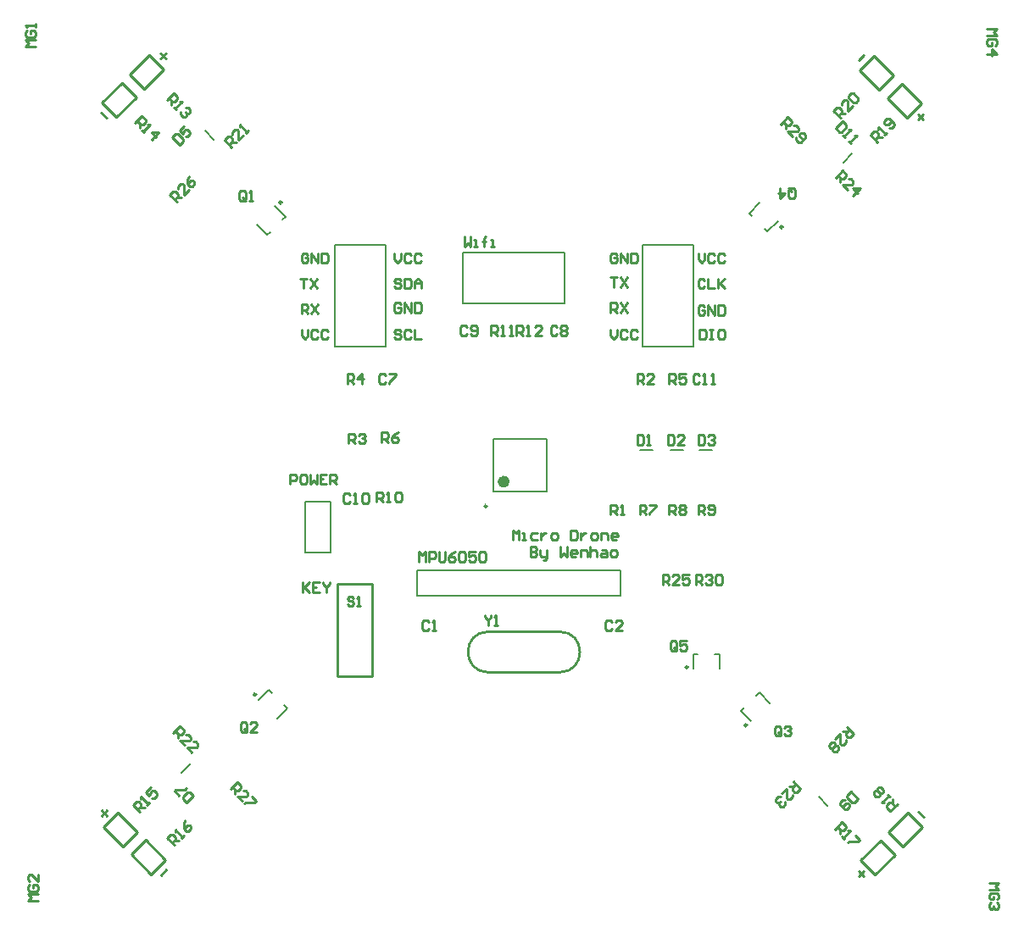
<source format=gto>
%FSLAX25Y25*%
%MOIN*%
G70*
G01*
G75*
%ADD10R,0.05906X0.05118*%
%ADD11R,0.07480X0.02756*%
G04:AMPARAMS|DCode=12|XSize=59.06mil|YSize=51.18mil|CornerRadius=0mil|HoleSize=0mil|Usage=FLASHONLY|Rotation=315.000|XOffset=0mil|YOffset=0mil|HoleType=Round|Shape=Rectangle|*
%AMROTATEDRECTD12*
4,1,4,-0.03897,0.00278,-0.00278,0.03897,0.03897,-0.00278,0.00278,-0.03897,-0.03897,0.00278,0.0*
%
%ADD12ROTATEDRECTD12*%

G04:AMPARAMS|DCode=13|XSize=59.06mil|YSize=51.18mil|CornerRadius=0mil|HoleSize=0mil|Usage=FLASHONLY|Rotation=225.000|XOffset=0mil|YOffset=0mil|HoleType=Round|Shape=Rectangle|*
%AMROTATEDRECTD13*
4,1,4,0.00278,0.03897,0.03897,0.00278,-0.00278,-0.03897,-0.03897,-0.00278,0.00278,0.03897,0.0*
%
%ADD13ROTATEDRECTD13*%

%ADD14O,0.08268X0.01181*%
%ADD15O,0.01181X0.08268*%
G04:AMPARAMS|DCode=16|XSize=78.74mil|YSize=47.24mil|CornerRadius=0mil|HoleSize=0mil|Usage=FLASHONLY|Rotation=225.000|XOffset=0mil|YOffset=0mil|HoleType=Round|Shape=Rectangle|*
%AMROTATEDRECTD16*
4,1,4,0.01114,0.04454,0.04454,0.01114,-0.01114,-0.04454,-0.04454,-0.01114,0.01114,0.04454,0.0*
%
%ADD16ROTATEDRECTD16*%

G04:AMPARAMS|DCode=17|XSize=78.74mil|YSize=47.24mil|CornerRadius=0mil|HoleSize=0mil|Usage=FLASHONLY|Rotation=135.000|XOffset=0mil|YOffset=0mil|HoleType=Round|Shape=Rectangle|*
%AMROTATEDRECTD17*
4,1,4,0.04454,-0.01114,0.01114,-0.04454,-0.04454,0.01114,-0.01114,0.04454,0.04454,-0.01114,0.0*
%
%ADD17ROTATEDRECTD17*%

G04:AMPARAMS|DCode=18|XSize=35.43mil|YSize=37.4mil|CornerRadius=0mil|HoleSize=0mil|Usage=FLASHONLY|Rotation=225.000|XOffset=0mil|YOffset=0mil|HoleType=Round|Shape=Rectangle|*
%AMROTATEDRECTD18*
4,1,4,-0.00070,0.02575,0.02575,-0.00070,0.00070,-0.02575,-0.02575,0.00070,-0.00070,0.02575,0.0*
%
%ADD18ROTATEDRECTD18*%

G04:AMPARAMS|DCode=19|XSize=35.43mil|YSize=37.4mil|CornerRadius=0mil|HoleSize=0mil|Usage=FLASHONLY|Rotation=225.000|XOffset=0mil|YOffset=0mil|HoleType=Round|Shape=Rectangle|*
%AMROTATEDRECTD19*
4,1,4,-0.00070,0.02575,0.02575,-0.00070,0.00070,-0.02575,-0.02575,0.00070,-0.00070,0.02575,0.0*
%
%ADD19ROTATEDRECTD19*%

G04:AMPARAMS|DCode=20|XSize=35.43mil|YSize=37.4mil|CornerRadius=0mil|HoleSize=0mil|Usage=FLASHONLY|Rotation=315.000|XOffset=0mil|YOffset=0mil|HoleType=Round|Shape=Rectangle|*
%AMROTATEDRECTD20*
4,1,4,-0.02575,-0.00070,0.00070,0.02575,0.02575,0.00070,-0.00070,-0.02575,-0.02575,-0.00070,0.0*
%
%ADD20ROTATEDRECTD20*%

G04:AMPARAMS|DCode=21|XSize=35.43mil|YSize=37.4mil|CornerRadius=0mil|HoleSize=0mil|Usage=FLASHONLY|Rotation=315.000|XOffset=0mil|YOffset=0mil|HoleType=Round|Shape=Rectangle|*
%AMROTATEDRECTD21*
4,1,4,-0.02575,-0.00070,0.00070,0.02575,0.02575,0.00070,-0.00070,-0.02575,-0.02575,-0.00070,0.0*
%
%ADD21ROTATEDRECTD21*%

%ADD22R,0.03543X0.03740*%
%ADD23R,0.03543X0.03740*%
%ADD24C,0.01063*%
%ADD25C,0.01181*%
%ADD26C,0.02756*%
%ADD27C,0.01969*%
%ADD28C,0.05906*%
%ADD29R,0.05906X0.05906*%
%ADD30R,0.05906X0.05906*%
%ADD31C,0.31496*%
%ADD32C,0.08268*%
%ADD33C,0.01969*%
%ADD34C,0.03150*%
%ADD35R,0.05118X0.05906*%
%ADD36R,0.06000X0.06000*%
%ADD37R,0.01575X0.03937*%
%ADD38R,0.01575X0.03937*%
%ADD39C,0.02362*%
%ADD40C,0.00984*%
%ADD41C,0.01000*%
%ADD42C,0.00787*%
D39*
X375185Y800504D02*
G03*
X375185Y800504I-1181J0D01*
G01*
D40*
X367409Y790858D02*
G03*
X367409Y790858I-492J0D01*
G01*
X286795Y910303D02*
G03*
X286795Y910303I-492J0D01*
G01*
X276689Y716803D02*
G03*
X276689Y716803I-492J0D01*
G01*
X469689Y704697D02*
G03*
X469689Y704697I-492J0D01*
G01*
X483795Y900697D02*
G03*
X483795Y900697I-492J0D01*
G01*
X446492Y727500D02*
G03*
X446492Y727500I-492J0D01*
G01*
D41*
X396000Y725500D02*
G03*
X396000Y741500I0J8000D01*
G01*
X368000D02*
G03*
X368000Y725500I0J-8000D01*
G01*
X308500Y724000D02*
X322280D01*
Y760220D01*
X308500D02*
X322280D01*
X308500Y724000D02*
Y760220D01*
X537015Y670613D02*
X539136Y668491D01*
X531004Y656824D02*
X538782Y664602D01*
X533126Y670259D02*
X538782Y664602D01*
X525347Y662481D02*
X533126Y670259D01*
X525347Y662481D02*
X531004Y656824D01*
X514387Y651521D02*
X520044Y645864D01*
X514387Y651521D02*
X522165Y659299D01*
X527822Y653642D01*
X520044Y645864D02*
X527822Y653642D01*
X513680Y647278D02*
X515802Y645157D01*
X513680D02*
X515802Y647278D01*
X239309Y645682D02*
X241431Y647803D01*
X227642Y653814D02*
X235420Y646036D01*
X241077Y651692D01*
X233299Y659471D02*
X241077Y651692D01*
X227642Y653814D02*
X233299Y659471D01*
X216682Y664774D02*
X222339Y670431D01*
X230117Y662653D01*
X224460Y656996D02*
X230117Y662653D01*
X216682Y664774D02*
X224460Y656996D01*
X215975Y669017D02*
X218096Y671138D01*
X215975D02*
X218096Y669017D01*
X513569Y966197D02*
X515691Y968318D01*
X519580Y967964D02*
X527358Y960186D01*
X513923Y962308D02*
X519580Y967964D01*
X513923Y962308D02*
X521701Y954529D01*
X527358Y960186D01*
X532661Y943569D02*
X538318Y949226D01*
X524883Y951347D02*
X532661Y943569D01*
X524883Y951347D02*
X530540Y957004D01*
X538318Y949226D01*
X536904Y942862D02*
X539025Y944984D01*
X536904D02*
X539025Y942862D01*
X215682Y945691D02*
X217803Y943569D01*
X216036Y949580D02*
X223814Y957358D01*
X216036Y949580D02*
X221692Y943923D01*
X229471Y951701D01*
X223814Y957358D02*
X229471Y951701D01*
X234774Y968318D02*
X240431Y962661D01*
X232653Y954883D02*
X240431Y962661D01*
X226996Y960540D02*
X232653Y954883D01*
X226996Y960540D02*
X234774Y968318D01*
X239017Y969025D02*
X241138Y966904D01*
X239017D02*
X241138Y969025D01*
X368000Y725526D02*
X396000D01*
X368000Y741494D02*
X396000D01*
X358500Y896936D02*
Y893000D01*
X359812Y894312D01*
X361124Y893000D01*
Y896936D01*
X362436Y893000D02*
X363748D01*
X363092D01*
Y895624D01*
X362436D01*
X366371Y893000D02*
Y896280D01*
Y894968D01*
X365716D01*
X367027D01*
X366371D01*
Y896280D01*
X367027Y896936D01*
X368995Y893000D02*
X370307D01*
X369651D01*
Y895624D01*
X368995D01*
X564000Y978500D02*
X567936D01*
X566624Y977188D01*
X567936Y975876D01*
X564000D01*
X567280Y971940D02*
X567936Y972596D01*
Y973908D01*
X567280Y974564D01*
X564656D01*
X564000Y973908D01*
Y972596D01*
X564656Y971940D01*
X565968D01*
Y973252D01*
X564000Y968661D02*
X567936D01*
X565968Y970629D01*
Y968005D01*
X564818Y642682D02*
X568754D01*
X567442Y641370D01*
X568754Y640058D01*
X564818D01*
X568098Y636122D02*
X568754Y636778D01*
Y638090D01*
X568098Y638746D01*
X565474D01*
X564818Y638090D01*
Y636778D01*
X565474Y636122D01*
X566786D01*
Y637434D01*
X568098Y634810D02*
X568754Y634155D01*
Y632843D01*
X568098Y632187D01*
X567442D01*
X566786Y632843D01*
Y633499D01*
Y632843D01*
X566130Y632187D01*
X565474D01*
X564818Y632843D01*
Y634155D01*
X565474Y634810D01*
X191000Y635500D02*
X187064D01*
X188376Y636812D01*
X187064Y638124D01*
X191000D01*
X187720Y642060D02*
X187064Y641404D01*
Y640092D01*
X187720Y639436D01*
X190344D01*
X191000Y640092D01*
Y641404D01*
X190344Y642060D01*
X189032D01*
Y640748D01*
X191000Y645995D02*
Y643371D01*
X188376Y645995D01*
X187720D01*
X187064Y645339D01*
Y644027D01*
X187720Y643371D01*
X190000Y971500D02*
X186064D01*
X187376Y972812D01*
X186064Y974124D01*
X190000D01*
X186720Y978060D02*
X186064Y977404D01*
Y976092D01*
X186720Y975436D01*
X189344D01*
X190000Y976092D01*
Y977404D01*
X189344Y978060D01*
X188032D01*
Y976748D01*
X190000Y979371D02*
Y980683D01*
Y980027D01*
X186064D01*
X186720Y979371D01*
X344624Y745280D02*
X343968Y745936D01*
X342656D01*
X342000Y745280D01*
Y742656D01*
X342656Y742000D01*
X343968D01*
X344624Y742656D01*
X345936Y742000D02*
X347248D01*
X346592D01*
Y745936D01*
X345936Y745280D01*
X416624D02*
X415968Y745936D01*
X414656D01*
X414000Y745280D01*
Y742656D01*
X414656Y742000D01*
X415968D01*
X416624Y742656D01*
X420560Y742000D02*
X417936D01*
X420560Y744624D01*
Y745280D01*
X419904Y745936D01*
X418592D01*
X417936Y745280D01*
X327624Y842280D02*
X326968Y842936D01*
X325656D01*
X325000Y842280D01*
Y839656D01*
X325656Y839000D01*
X326968D01*
X327624Y839656D01*
X328936Y842936D02*
X331560D01*
Y842280D01*
X328936Y839656D01*
Y839000D01*
X395124Y861280D02*
X394468Y861936D01*
X393156D01*
X392500Y861280D01*
Y858656D01*
X393156Y858000D01*
X394468D01*
X395124Y858656D01*
X396436Y861280D02*
X397092Y861936D01*
X398404D01*
X399060Y861280D01*
Y860624D01*
X398404Y859968D01*
X399060Y859312D01*
Y858656D01*
X398404Y858000D01*
X397092D01*
X396436Y858656D01*
Y859312D01*
X397092Y859968D01*
X396436Y860624D01*
Y861280D01*
X397092Y859968D02*
X398404D01*
X359624Y861280D02*
X358968Y861936D01*
X357656D01*
X357000Y861280D01*
Y858656D01*
X357656Y858000D01*
X358968D01*
X359624Y858656D01*
X360936D02*
X361592Y858000D01*
X362904D01*
X363560Y858656D01*
Y861280D01*
X362904Y861936D01*
X361592D01*
X360936Y861280D01*
Y860624D01*
X361592Y859968D01*
X363560D01*
X313624Y795280D02*
X312968Y795936D01*
X311656D01*
X311000Y795280D01*
Y792656D01*
X311656Y792000D01*
X312968D01*
X313624Y792656D01*
X314936Y792000D02*
X316248D01*
X315592D01*
Y795936D01*
X314936Y795280D01*
X318215D02*
X318871Y795936D01*
X320183D01*
X320839Y795280D01*
Y792656D01*
X320183Y792000D01*
X318871D01*
X318215Y792656D01*
Y795280D01*
X451124Y842280D02*
X450468Y842936D01*
X449156D01*
X448500Y842280D01*
Y839656D01*
X449156Y839000D01*
X450468D01*
X451124Y839656D01*
X452436Y839000D02*
X453748D01*
X453092D01*
Y842936D01*
X452436Y842280D01*
X455716Y839000D02*
X457027D01*
X456371D01*
Y842936D01*
X455716Y842280D01*
X426500Y818936D02*
Y815000D01*
X428468D01*
X429124Y815656D01*
Y818280D01*
X428468Y818936D01*
X426500D01*
X430436Y815000D02*
X431748D01*
X431092D01*
Y818936D01*
X430436Y818280D01*
X438500Y818936D02*
Y815000D01*
X440468D01*
X441124Y815656D01*
Y818280D01*
X440468Y818936D01*
X438500D01*
X445060Y815000D02*
X442436D01*
X445060Y817624D01*
Y818280D01*
X444404Y818936D01*
X443092D01*
X442436Y818280D01*
X450500Y818936D02*
Y815000D01*
X452468D01*
X453124Y815656D01*
Y818280D01*
X452468Y818936D01*
X450500D01*
X454436Y818280D02*
X455092Y818936D01*
X456404D01*
X457060Y818280D01*
Y817624D01*
X456404Y816968D01*
X455748D01*
X456404D01*
X457060Y816312D01*
Y815656D01*
X456404Y815000D01*
X455092D01*
X454436Y815656D01*
X243717Y935783D02*
X246500Y933000D01*
X247891Y934391D01*
Y935319D01*
X246036Y937175D01*
X245109D01*
X243717Y935783D01*
X248355Y940421D02*
X246500Y938566D01*
X247891Y937175D01*
X248355Y938566D01*
X248819Y939030D01*
X249747D01*
X250675Y938102D01*
Y937175D01*
X249747Y936247D01*
X248819D01*
X249217Y674217D02*
X252000Y677000D01*
X250608Y678392D01*
X249681D01*
X247826Y676536D01*
Y675608D01*
X249217Y674217D01*
X246434Y677000D02*
X244579Y678855D01*
X245042Y679319D01*
X248753D01*
X249217Y679783D01*
X513283Y675717D02*
X510500Y678500D01*
X509108Y677108D01*
Y676181D01*
X510964Y674326D01*
X511892D01*
X513283Y675717D01*
X508181Y675253D02*
X507253D01*
X506325Y674326D01*
Y673398D01*
X508181Y671543D01*
X509108Y671543D01*
X510036Y672470D01*
Y673398D01*
X509572Y673862D01*
X508645Y673862D01*
X507253Y672470D01*
X507283Y942283D02*
X504500Y939500D01*
X505892Y938109D01*
X506819D01*
X508674Y939964D01*
Y940891D01*
X507283Y942283D01*
Y936717D02*
X508211Y935789D01*
X507747Y936253D01*
X510530Y939036D01*
X509602D01*
Y934398D02*
X510530Y933470D01*
X510066Y933934D01*
X512849Y936717D01*
X511921D01*
X340600Y768900D02*
Y772836D01*
X341912Y771524D01*
X343224Y772836D01*
Y768900D01*
X344536D02*
Y772836D01*
X346504D01*
X347160Y772180D01*
Y770868D01*
X346504Y770212D01*
X344536D01*
X348471Y772836D02*
Y769556D01*
X349127Y768900D01*
X350439D01*
X351095Y769556D01*
Y772836D01*
X355031D02*
X353719Y772180D01*
X352407Y770868D01*
Y769556D01*
X353063Y768900D01*
X354375D01*
X355031Y769556D01*
Y770212D01*
X354375Y770868D01*
X352407D01*
X356343Y772180D02*
X356999Y772836D01*
X358311D01*
X358967Y772180D01*
Y769556D01*
X358311Y768900D01*
X356999D01*
X356343Y769556D01*
Y772180D01*
X362902Y772836D02*
X360279D01*
Y770868D01*
X361591Y771524D01*
X362247D01*
X362902Y770868D01*
Y769556D01*
X362247Y768900D01*
X360935D01*
X360279Y769556D01*
X364214Y772180D02*
X364870Y772836D01*
X366182D01*
X366838Y772180D01*
Y769556D01*
X366182Y768900D01*
X364870D01*
X364214Y769556D01*
Y772180D01*
X290000Y799500D02*
Y803436D01*
X291968D01*
X292624Y802780D01*
Y801468D01*
X291968Y800812D01*
X290000D01*
X295904Y803436D02*
X294592D01*
X293936Y802780D01*
Y800156D01*
X294592Y799500D01*
X295904D01*
X296560Y800156D01*
Y802780D01*
X295904Y803436D01*
X297871D02*
Y799500D01*
X299183Y800812D01*
X300495Y799500D01*
Y803436D01*
X304431D02*
X301807D01*
Y799500D01*
X304431D01*
X301807Y801468D02*
X303119D01*
X305743Y799500D02*
Y803436D01*
X307711D01*
X308367Y802780D01*
Y801468D01*
X307711Y800812D01*
X305743D01*
X307055D02*
X308367Y799500D01*
X272624Y911656D02*
Y914280D01*
X271968Y914936D01*
X270656D01*
X270000Y914280D01*
Y911656D01*
X270656Y911000D01*
X271968D01*
X271312Y912312D02*
X272624Y911000D01*
X271968D02*
X272624Y911656D01*
X273936Y911000D02*
X275248D01*
X274592D01*
Y914936D01*
X273936Y914280D01*
X273124Y702656D02*
Y705280D01*
X272468Y705936D01*
X271156D01*
X270500Y705280D01*
Y702656D01*
X271156Y702000D01*
X272468D01*
X271812Y703312D02*
X273124Y702000D01*
X272468D02*
X273124Y702656D01*
X277060Y702000D02*
X274436D01*
X277060Y704624D01*
Y705280D01*
X276404Y705936D01*
X275092D01*
X274436Y705280D01*
X483124Y701156D02*
Y703780D01*
X482468Y704436D01*
X481156D01*
X480500Y703780D01*
Y701156D01*
X481156Y700500D01*
X482468D01*
X481812Y701812D02*
X483124Y700500D01*
X482468D02*
X483124Y701156D01*
X484436Y703780D02*
X485092Y704436D01*
X486404D01*
X487060Y703780D01*
Y703124D01*
X486404Y702468D01*
X485748D01*
X486404D01*
X487060Y701812D01*
Y701156D01*
X486404Y700500D01*
X485092D01*
X484436Y701156D01*
X485876Y915344D02*
Y912720D01*
X486532Y912064D01*
X487844D01*
X488500Y912720D01*
Y915344D01*
X487844Y916000D01*
X486532D01*
X487188Y914688D02*
X485876Y916000D01*
X486532D02*
X485876Y915344D01*
X482596Y916000D02*
Y912064D01*
X484564Y914032D01*
X481940D01*
X442124Y734656D02*
Y737280D01*
X441468Y737936D01*
X440156D01*
X439500Y737280D01*
Y734656D01*
X440156Y734000D01*
X441468D01*
X440812Y735312D02*
X442124Y734000D01*
X441468D02*
X442124Y734656D01*
X446060Y737936D02*
X443436D01*
Y735968D01*
X444748Y736624D01*
X445404D01*
X446060Y735968D01*
Y734656D01*
X445404Y734000D01*
X444092D01*
X443436Y734656D01*
X416000Y787500D02*
Y791436D01*
X417968D01*
X418624Y790780D01*
Y789468D01*
X417968Y788812D01*
X416000D01*
X417312D02*
X418624Y787500D01*
X419936D02*
X421248D01*
X420592D01*
Y791436D01*
X419936Y790780D01*
X426500Y839000D02*
Y842936D01*
X428468D01*
X429124Y842280D01*
Y840968D01*
X428468Y840312D01*
X426500D01*
X427812D02*
X429124Y839000D01*
X433060D02*
X430436D01*
X433060Y841624D01*
Y842280D01*
X432404Y842936D01*
X431092D01*
X430436Y842280D01*
X313000Y815500D02*
Y819436D01*
X314968D01*
X315624Y818780D01*
Y817468D01*
X314968Y816812D01*
X313000D01*
X314312D02*
X315624Y815500D01*
X316936Y818780D02*
X317592Y819436D01*
X318904D01*
X319560Y818780D01*
Y818124D01*
X318904Y817468D01*
X318248D01*
X318904D01*
X319560Y816812D01*
Y816156D01*
X318904Y815500D01*
X317592D01*
X316936Y816156D01*
X312500Y839000D02*
Y842936D01*
X314468D01*
X315124Y842280D01*
Y840968D01*
X314468Y840312D01*
X312500D01*
X313812D02*
X315124Y839000D01*
X318404D02*
Y842936D01*
X316436Y840968D01*
X319060D01*
X439000Y839000D02*
Y842936D01*
X440968D01*
X441624Y842280D01*
Y840968D01*
X440968Y840312D01*
X439000D01*
X440312D02*
X441624Y839000D01*
X445560Y842936D02*
X442936D01*
Y840968D01*
X444248Y841624D01*
X444904D01*
X445560Y840968D01*
Y839656D01*
X444904Y839000D01*
X443592D01*
X442936Y839656D01*
X326000Y816000D02*
Y819936D01*
X327968D01*
X328624Y819280D01*
Y817968D01*
X327968Y817312D01*
X326000D01*
X327312D02*
X328624Y816000D01*
X332560Y819936D02*
X331248Y819280D01*
X329936Y817968D01*
Y816656D01*
X330592Y816000D01*
X331904D01*
X332560Y816656D01*
Y817312D01*
X331904Y817968D01*
X329936D01*
X427500Y787500D02*
Y791436D01*
X429468D01*
X430124Y790780D01*
Y789468D01*
X429468Y788812D01*
X427500D01*
X428812D02*
X430124Y787500D01*
X431436Y791436D02*
X434060D01*
Y790780D01*
X431436Y788156D01*
Y787500D01*
X439000D02*
Y791436D01*
X440968D01*
X441624Y790780D01*
Y789468D01*
X440968Y788812D01*
X439000D01*
X440312D02*
X441624Y787500D01*
X442936Y790780D02*
X443592Y791436D01*
X444904D01*
X445560Y790780D01*
Y790124D01*
X444904Y789468D01*
X445560Y788812D01*
Y788156D01*
X444904Y787500D01*
X443592D01*
X442936Y788156D01*
Y788812D01*
X443592Y789468D01*
X442936Y790124D01*
Y790780D01*
X443592Y789468D02*
X444904D01*
X450500Y787500D02*
Y791436D01*
X452468D01*
X453124Y790780D01*
Y789468D01*
X452468Y788812D01*
X450500D01*
X451812D02*
X453124Y787500D01*
X454436Y788156D02*
X455092Y787500D01*
X456404D01*
X457060Y788156D01*
Y790780D01*
X456404Y791436D01*
X455092D01*
X454436Y790780D01*
Y790124D01*
X455092Y789468D01*
X457060D01*
X324000Y792500D02*
Y796436D01*
X325968D01*
X326624Y795780D01*
Y794468D01*
X325968Y793812D01*
X324000D01*
X325312D02*
X326624Y792500D01*
X327936D02*
X329248D01*
X328592D01*
Y796436D01*
X327936Y795780D01*
X331216D02*
X331872Y796436D01*
X333183D01*
X333839Y795780D01*
Y793156D01*
X333183Y792500D01*
X331872D01*
X331216Y793156D01*
Y795780D01*
X379000Y858000D02*
Y861936D01*
X380968D01*
X381624Y861280D01*
Y859968D01*
X380968Y859312D01*
X379000D01*
X380312D02*
X381624Y858000D01*
X382936D02*
X384248D01*
X383592D01*
Y861936D01*
X382936Y861280D01*
X388839Y858000D02*
X386215D01*
X388839Y860624D01*
Y861280D01*
X388183Y861936D01*
X386872D01*
X386215Y861280D01*
X369000Y858000D02*
Y861936D01*
X370968D01*
X371624Y861280D01*
Y859968D01*
X370968Y859312D01*
X369000D01*
X370312D02*
X371624Y858000D01*
X372936D02*
X374248D01*
X373592D01*
Y861936D01*
X372936Y861280D01*
X376216Y858000D02*
X377527D01*
X376871D01*
Y861936D01*
X376216Y861280D01*
X241500Y950500D02*
X244283Y953283D01*
X245674Y951892D01*
Y950964D01*
X244747Y950036D01*
X243819D01*
X242428Y951428D01*
X243355Y950500D02*
Y948645D01*
X244283Y947717D02*
X245211Y946789D01*
X244747Y947253D01*
X247530Y950036D01*
X246602D01*
X248921Y947717D02*
X249849D01*
X250777Y946789D01*
X250777Y945862D01*
X250313Y945398D01*
X249385D01*
X248921Y945862D01*
X249385Y945398D01*
X249385Y944470D01*
X248921Y944006D01*
X247994Y944006D01*
X247066Y944934D01*
Y945862D01*
X229000Y941500D02*
X231783Y944283D01*
X233174Y942892D01*
Y941964D01*
X232247Y941036D01*
X231319D01*
X229928Y942428D01*
X230855Y941500D02*
Y939645D01*
X231783Y938717D02*
X232711Y937789D01*
X232247Y938253D01*
X235030Y941036D01*
X234102D01*
X235494Y935006D02*
X238277Y937789D01*
X235494D01*
X237349Y935934D01*
X231000Y670500D02*
X228217Y673283D01*
X229608Y674675D01*
X230536D01*
X231464Y673747D01*
Y672819D01*
X230072Y671428D01*
X231000Y672355D02*
X232855D01*
X233783Y673283D02*
X234711Y674211D01*
X234247Y673747D01*
X231464Y676530D01*
Y675602D01*
X235174Y680240D02*
X233319Y678385D01*
X234711Y676994D01*
X235174Y678385D01*
X235638Y678849D01*
X236566D01*
X237494Y677921D01*
X237494Y676994D01*
X236566Y676066D01*
X235638D01*
X244500Y657500D02*
X241717Y660283D01*
X243109Y661674D01*
X244036D01*
X244964Y660747D01*
Y659819D01*
X243572Y658428D01*
X244500Y659355D02*
X246355D01*
X247283Y660283D02*
X248211Y661211D01*
X247747Y660747D01*
X244964Y663530D01*
Y662602D01*
X248675Y667240D02*
X248211Y665849D01*
Y663994D01*
X249138Y663066D01*
X250066D01*
X250994Y663994D01*
X250994Y664921D01*
X250530Y665385D01*
X249602Y665385D01*
X248211Y663994D01*
X504318Y663682D02*
X507101Y666465D01*
X508493Y665073D01*
Y664146D01*
X507565Y663218D01*
X506637D01*
X505246Y664610D01*
X506173Y663682D02*
Y661827D01*
X507101Y660899D02*
X508029Y659971D01*
X507565Y660435D01*
X510348Y663218D01*
X509420D01*
X512203Y661363D02*
X514058Y659508D01*
X513595Y659044D01*
X509884D01*
X509420Y658580D01*
X528818Y673682D02*
X526035Y670899D01*
X524644Y672291D01*
Y673218D01*
X525571Y674146D01*
X526499D01*
X527890Y672754D01*
X526963Y673682D02*
Y675537D01*
X526035Y676465D02*
X525107Y677393D01*
X525571Y676929D01*
X522788Y674146D01*
X523716D01*
X521397Y676465D02*
X520469D01*
X519541Y677393D01*
X519541Y678320D01*
X520005Y678784D01*
X520933D01*
X520933Y679712D01*
X521397Y680176D01*
X522324Y680176D01*
X523252Y679248D01*
Y678320D01*
X522788Y677856D01*
X521861D01*
X521861Y676929D01*
X521397Y676465D01*
X521861Y677856D02*
X520933Y678784D01*
X521000Y934000D02*
X518217Y936783D01*
X519608Y938175D01*
X520536D01*
X521464Y937247D01*
Y936319D01*
X520072Y934928D01*
X521000Y935855D02*
X522855D01*
X523783Y936783D02*
X524711Y937711D01*
X524247Y937247D01*
X521464Y940030D01*
Y939102D01*
X525638Y939566D02*
X526566D01*
X527494Y940494D01*
X527494Y941421D01*
X525638Y943277D01*
X524711Y943277D01*
X523783Y942349D01*
Y941421D01*
X524247Y940958D01*
X525175Y940958D01*
X526566Y942349D01*
X506500Y943500D02*
X503717Y946283D01*
X505108Y947674D01*
X506036D01*
X506964Y946747D01*
Y945819D01*
X505572Y944428D01*
X506500Y945355D02*
X508355D01*
X511138Y948138D02*
X509283Y946283D01*
Y949994D01*
X508819Y950457D01*
X507892Y950457D01*
X506964Y949530D01*
Y948602D01*
X509747Y951385D02*
Y952313D01*
X510674Y953240D01*
X511602Y953240D01*
X513457Y951385D01*
X513457Y950457D01*
X512530Y949530D01*
X511602D01*
X509747Y951385D01*
X267000Y932000D02*
X264217Y934783D01*
X265609Y936174D01*
X266536D01*
X267464Y935247D01*
Y934319D01*
X266072Y932928D01*
X267000Y933855D02*
X268855D01*
X271638Y936638D02*
X269783Y934783D01*
Y938494D01*
X269319Y938958D01*
X268391Y938958D01*
X267464Y938030D01*
Y937102D01*
X272566Y937566D02*
X273494Y938494D01*
X273030Y938030D01*
X270247Y940813D01*
Y939885D01*
X244000Y701500D02*
X246783Y704283D01*
X248175Y702891D01*
Y701964D01*
X247247Y701036D01*
X246319D01*
X244928Y702428D01*
X245855Y701500D02*
Y699645D01*
X248638Y696862D02*
X246783Y698717D01*
X250494D01*
X250957Y699181D01*
X250957Y700108D01*
X250030Y701036D01*
X249102D01*
X251421Y694079D02*
X249566Y695934D01*
X253277D01*
X253741Y696398D01*
X253741Y697326D01*
X252813Y698253D01*
X251885D01*
X488000Y682500D02*
X490783Y679717D01*
X489392Y678326D01*
X488464D01*
X487536Y679253D01*
Y680181D01*
X488928Y681572D01*
X488000Y680645D02*
X486145D01*
X483362Y677862D02*
X485217Y679717D01*
Y676006D01*
X485681Y675542D01*
X486609Y675542D01*
X487536Y676470D01*
Y677398D01*
X484753Y674615D02*
Y673687D01*
X483825Y672759D01*
X482898Y672760D01*
X482434Y673223D01*
Y674151D01*
X482898Y674615D01*
X482434Y674151D01*
X481506Y674151D01*
X481042Y674615D01*
X481042Y675542D01*
X481970Y676470D01*
X482898D01*
X504500Y920000D02*
X507283Y922783D01*
X508674Y921391D01*
Y920464D01*
X507747Y919536D01*
X506819D01*
X505428Y920928D01*
X506355Y920000D02*
Y918145D01*
X509138Y915362D02*
X507283Y917217D01*
X510994D01*
X511457Y917681D01*
X511457Y918608D01*
X510530Y919536D01*
X509602D01*
X511457Y913043D02*
X514241Y915825D01*
X511457D01*
X513313Y913970D01*
X245500Y910500D02*
X242717Y913283D01*
X244109Y914674D01*
X245036D01*
X245964Y913747D01*
Y912819D01*
X244572Y911428D01*
X245500Y912355D02*
X247355D01*
X250138Y915138D02*
X248283Y913283D01*
Y916994D01*
X247819Y917457D01*
X246891Y917457D01*
X245964Y916530D01*
Y915602D01*
X250138Y920704D02*
X249675Y919313D01*
Y917457D01*
X250602Y916530D01*
X251530D01*
X252457Y917457D01*
X252457Y918385D01*
X251994Y918849D01*
X251066Y918849D01*
X249675Y917457D01*
X266500Y679500D02*
X269283Y682283D01*
X270674Y680892D01*
Y679964D01*
X269747Y679036D01*
X268819D01*
X267428Y680428D01*
X268355Y679500D02*
Y677645D01*
X271138Y674862D02*
X269283Y676717D01*
X272994D01*
X273458Y677181D01*
X273458Y678109D01*
X272530Y679036D01*
X271602D01*
X274849Y676717D02*
X276704Y674862D01*
X276240Y674398D01*
X272530D01*
X272066Y673934D01*
X509000Y704000D02*
X511783Y701217D01*
X510392Y699825D01*
X509464D01*
X508536Y700753D01*
Y701681D01*
X509928Y703072D01*
X509000Y702145D02*
X507145D01*
X504362Y699362D02*
X506217Y701217D01*
Y697506D01*
X506681Y697043D01*
X507609Y697043D01*
X508536Y697970D01*
Y698898D01*
X505753Y696115D02*
Y695187D01*
X504825Y694260D01*
X503898Y694260D01*
X503434Y694723D01*
Y695651D01*
X502506Y695651D01*
X502042Y696115D01*
X502042Y697043D01*
X502970Y697970D01*
X503898D01*
X504362Y697506D01*
Y696579D01*
X505289D01*
X505753Y696115D01*
X504362Y696579D02*
X503434Y695651D01*
X483000Y941000D02*
X485783Y943783D01*
X487175Y942391D01*
Y941464D01*
X486247Y940536D01*
X485319D01*
X483928Y941928D01*
X484855Y941000D02*
Y939145D01*
X487638Y936362D02*
X485783Y938217D01*
X489494D01*
X489958Y938681D01*
X489958Y939608D01*
X489030Y940536D01*
X488102D01*
X489030Y935898D02*
Y934970D01*
X489958Y934042D01*
X490885Y934042D01*
X492740Y935898D01*
X492740Y936825D01*
X491813Y937753D01*
X490885D01*
X490421Y937289D01*
Y936362D01*
X491813Y934970D01*
X436500Y760000D02*
Y763936D01*
X438468D01*
X439124Y763280D01*
Y761968D01*
X438468Y761312D01*
X436500D01*
X437812D02*
X439124Y760000D01*
X443060D02*
X440436D01*
X443060Y762624D01*
Y763280D01*
X442404Y763936D01*
X441092D01*
X440436Y763280D01*
X446995Y763936D02*
X444372D01*
Y761968D01*
X445683Y762624D01*
X446339D01*
X446995Y761968D01*
Y760656D01*
X446339Y760000D01*
X445027D01*
X444372Y760656D01*
X449500Y760000D02*
Y763936D01*
X451468D01*
X452124Y763280D01*
Y761968D01*
X451468Y761312D01*
X449500D01*
X450812D02*
X452124Y760000D01*
X453436Y763280D02*
X454092Y763936D01*
X455404D01*
X456060Y763280D01*
Y762624D01*
X455404Y761968D01*
X454748D01*
X455404D01*
X456060Y761312D01*
Y760656D01*
X455404Y760000D01*
X454092D01*
X453436Y760656D01*
X457372Y763280D02*
X458027Y763936D01*
X459339D01*
X459995Y763280D01*
Y760656D01*
X459339Y760000D01*
X458027D01*
X457372Y760656D01*
Y763280D01*
X315124Y754780D02*
X314468Y755436D01*
X313156D01*
X312500Y754780D01*
Y754124D01*
X313156Y753468D01*
X314468D01*
X315124Y752812D01*
Y752156D01*
X314468Y751500D01*
X313156D01*
X312500Y752156D01*
X316436Y751500D02*
X317748D01*
X317092D01*
Y755436D01*
X316436Y754780D01*
X366500Y747936D02*
Y747280D01*
X367812Y745968D01*
X369124Y747280D01*
Y747936D01*
X367812Y745968D02*
Y744000D01*
X370436D02*
X371748D01*
X371092D01*
Y747936D01*
X370436Y747280D01*
X295000Y760936D02*
Y757000D01*
Y758312D01*
X297624Y760936D01*
X295656Y758968D01*
X297624Y757000D01*
X301560Y760936D02*
X298936D01*
Y757000D01*
X301560D01*
X298936Y758968D02*
X300248D01*
X302871Y760936D02*
Y760280D01*
X304183Y758968D01*
X305495Y760280D01*
Y760936D01*
X304183Y758968D02*
Y757000D01*
X294500Y860436D02*
Y857812D01*
X295812Y856500D01*
X297124Y857812D01*
Y860436D01*
X301060Y859780D02*
X300404Y860436D01*
X299092D01*
X298436Y859780D01*
Y857156D01*
X299092Y856500D01*
X300404D01*
X301060Y857156D01*
X304995Y859780D02*
X304339Y860436D01*
X303027D01*
X302372Y859780D01*
Y857156D01*
X303027Y856500D01*
X304339D01*
X304995Y857156D01*
X294500Y866500D02*
Y870436D01*
X296468D01*
X297124Y869780D01*
Y868468D01*
X296468Y867812D01*
X294500D01*
X295812D02*
X297124Y866500D01*
X298436Y870436D02*
X301060Y866500D01*
Y870436D02*
X298436Y866500D01*
X294000Y880436D02*
X296624D01*
X295312D01*
Y876500D01*
X297936Y880436D02*
X300560Y876500D01*
Y880436D02*
X297936Y876500D01*
X297124Y889780D02*
X296468Y890436D01*
X295156D01*
X294500Y889780D01*
Y887156D01*
X295156Y886500D01*
X296468D01*
X297124Y887156D01*
Y888468D01*
X295812D01*
X298436Y886500D02*
Y890436D01*
X301060Y886500D01*
Y890436D01*
X302372D02*
Y886500D01*
X304339D01*
X304995Y887156D01*
Y889780D01*
X304339Y890436D01*
X302372D01*
X331000D02*
Y887812D01*
X332312Y886500D01*
X333624Y887812D01*
Y890436D01*
X337560Y889780D02*
X336904Y890436D01*
X335592D01*
X334936Y889780D01*
Y887156D01*
X335592Y886500D01*
X336904D01*
X337560Y887156D01*
X341495Y889780D02*
X340839Y890436D01*
X339527D01*
X338872Y889780D01*
Y887156D01*
X339527Y886500D01*
X340839D01*
X341495Y887156D01*
X333624Y879780D02*
X332968Y880436D01*
X331656D01*
X331000Y879780D01*
Y879124D01*
X331656Y878468D01*
X332968D01*
X333624Y877812D01*
Y877156D01*
X332968Y876500D01*
X331656D01*
X331000Y877156D01*
X334936Y880436D02*
Y876500D01*
X336904D01*
X337560Y877156D01*
Y879780D01*
X336904Y880436D01*
X334936D01*
X338872Y876500D02*
Y879124D01*
X340183Y880436D01*
X341495Y879124D01*
Y876500D01*
Y878468D01*
X338872D01*
X333624Y870280D02*
X332968Y870936D01*
X331656D01*
X331000Y870280D01*
Y867656D01*
X331656Y867000D01*
X332968D01*
X333624Y867656D01*
Y868968D01*
X332312D01*
X334936Y867000D02*
Y870936D01*
X337560Y867000D01*
Y870936D01*
X338872D02*
Y867000D01*
X340839D01*
X341495Y867656D01*
Y870280D01*
X340839Y870936D01*
X338872D01*
X333624Y859780D02*
X332968Y860436D01*
X331656D01*
X331000Y859780D01*
Y859124D01*
X331656Y858468D01*
X332968D01*
X333624Y857812D01*
Y857156D01*
X332968Y856500D01*
X331656D01*
X331000Y857156D01*
X337560Y859780D02*
X336904Y860436D01*
X335592D01*
X334936Y859780D01*
Y857156D01*
X335592Y856500D01*
X336904D01*
X337560Y857156D01*
X338872Y860436D02*
Y856500D01*
X341495D01*
X418624Y889780D02*
X417968Y890436D01*
X416656D01*
X416000Y889780D01*
Y887156D01*
X416656Y886500D01*
X417968D01*
X418624Y887156D01*
Y888468D01*
X417312D01*
X419936Y886500D02*
Y890436D01*
X422560Y886500D01*
Y890436D01*
X423872D02*
Y886500D01*
X425839D01*
X426495Y887156D01*
Y889780D01*
X425839Y890436D01*
X423872D01*
X416000Y880936D02*
X418624D01*
X417312D01*
Y877000D01*
X419936Y880936D02*
X422560Y877000D01*
Y880936D02*
X419936Y877000D01*
X416000Y867000D02*
Y870936D01*
X417968D01*
X418624Y870280D01*
Y868968D01*
X417968Y868312D01*
X416000D01*
X417312D02*
X418624Y867000D01*
X419936Y870936D02*
X422560Y867000D01*
Y870936D02*
X419936Y867000D01*
X416000Y860436D02*
Y857812D01*
X417312Y856500D01*
X418624Y857812D01*
Y860436D01*
X422560Y859780D02*
X421904Y860436D01*
X420592D01*
X419936Y859780D01*
Y857156D01*
X420592Y856500D01*
X421904D01*
X422560Y857156D01*
X426495Y859780D02*
X425839Y860436D01*
X424527D01*
X423872Y859780D01*
Y857156D01*
X424527Y856500D01*
X425839D01*
X426495Y857156D01*
X450500Y890436D02*
Y887812D01*
X451812Y886500D01*
X453124Y887812D01*
Y890436D01*
X457060Y889780D02*
X456404Y890436D01*
X455092D01*
X454436Y889780D01*
Y887156D01*
X455092Y886500D01*
X456404D01*
X457060Y887156D01*
X460995Y889780D02*
X460339Y890436D01*
X459027D01*
X458371Y889780D01*
Y887156D01*
X459027Y886500D01*
X460339D01*
X460995Y887156D01*
X453124Y879780D02*
X452468Y880436D01*
X451156D01*
X450500Y879780D01*
Y877156D01*
X451156Y876500D01*
X452468D01*
X453124Y877156D01*
X454436Y880436D02*
Y876500D01*
X457060D01*
X458371Y880436D02*
Y876500D01*
Y877812D01*
X460995Y880436D01*
X459027Y878468D01*
X460995Y876500D01*
X453124Y869280D02*
X452468Y869936D01*
X451156D01*
X450500Y869280D01*
Y866656D01*
X451156Y866000D01*
X452468D01*
X453124Y866656D01*
Y867968D01*
X451812D01*
X454436Y866000D02*
Y869936D01*
X457060Y866000D01*
Y869936D01*
X458371D02*
Y866000D01*
X460339D01*
X460995Y866656D01*
Y869280D01*
X460339Y869936D01*
X458371D01*
X451000Y860436D02*
Y856500D01*
X452968D01*
X453624Y857156D01*
Y859780D01*
X452968Y860436D01*
X451000D01*
X454936D02*
X456248D01*
X455592D01*
Y856500D01*
X454936D01*
X456248D01*
X460183Y860436D02*
X458872D01*
X458216Y859780D01*
Y857156D01*
X458872Y856500D01*
X460183D01*
X460839Y857156D01*
Y859780D01*
X460183Y860436D01*
X384500Y774936D02*
Y771000D01*
X386468D01*
X387124Y771656D01*
Y772312D01*
X386468Y772968D01*
X384500D01*
X386468D01*
X387124Y773624D01*
Y774280D01*
X386468Y774936D01*
X384500D01*
X388436Y773624D02*
Y771656D01*
X389092Y771000D01*
X391060D01*
Y770344D01*
X390404Y769688D01*
X389748D01*
X391060Y771000D02*
Y773624D01*
X396307Y774936D02*
Y771000D01*
X397619Y772312D01*
X398931Y771000D01*
Y774936D01*
X402211Y771000D02*
X400899D01*
X400243Y771656D01*
Y772968D01*
X400899Y773624D01*
X402211D01*
X402867Y772968D01*
Y772312D01*
X400243D01*
X404179Y771000D02*
Y773624D01*
X406147D01*
X406803Y772968D01*
Y771000D01*
X408114Y774936D02*
Y771000D01*
Y772968D01*
X408770Y773624D01*
X410082D01*
X410738Y772968D01*
Y771000D01*
X412706Y773624D02*
X414018D01*
X414674Y772968D01*
Y771000D01*
X412706D01*
X412050Y771656D01*
X412706Y772312D01*
X414674D01*
X416642Y771000D02*
X417954D01*
X418610Y771656D01*
Y772968D01*
X417954Y773624D01*
X416642D01*
X415986Y772968D01*
Y771656D01*
X416642Y771000D01*
X377500Y777500D02*
Y781436D01*
X378812Y780124D01*
X380124Y781436D01*
Y777500D01*
X381436D02*
X382748D01*
X382092D01*
Y780124D01*
X381436D01*
X387339D02*
X385371D01*
X384716Y779468D01*
Y778156D01*
X385371Y777500D01*
X387339D01*
X388651Y780124D02*
Y777500D01*
Y778812D01*
X389307Y779468D01*
X389963Y780124D01*
X390619D01*
X393243Y777500D02*
X394555D01*
X395211Y778156D01*
Y779468D01*
X394555Y780124D01*
X393243D01*
X392587Y779468D01*
Y778156D01*
X393243Y777500D01*
X400458Y781436D02*
Y777500D01*
X402426D01*
X403082Y778156D01*
Y780780D01*
X402426Y781436D01*
X400458D01*
X404394Y780124D02*
Y777500D01*
Y778812D01*
X405050Y779468D01*
X405706Y780124D01*
X406362D01*
X408986Y777500D02*
X410298D01*
X410954Y778156D01*
Y779468D01*
X410298Y780124D01*
X408986D01*
X408330Y779468D01*
Y778156D01*
X408986Y777500D01*
X412266D02*
Y780124D01*
X414234D01*
X414889Y779468D01*
Y777500D01*
X418169D02*
X416857D01*
X416201Y778156D01*
Y779468D01*
X416857Y780124D01*
X418169D01*
X418825Y779468D01*
Y778812D01*
X416201D01*
D42*
X451000Y813000D02*
X456000D01*
X439500D02*
X444500D01*
X427500D02*
X432500D01*
X497929Y676464D02*
X501464Y672929D01*
X507536Y925929D02*
X511071Y929464D01*
X256536Y938571D02*
X260071Y935036D01*
X247429Y686036D02*
X250964Y689571D01*
X306000Y772500D02*
Y792500D01*
X296000D02*
X306000D01*
X296000Y772500D02*
Y792500D01*
Y772500D02*
X306000D01*
X390933Y796567D02*
Y817433D01*
X370067Y796567D02*
Y817433D01*
X390933D01*
X370067Y796567D02*
X390933D01*
X358000Y870500D02*
X398000D01*
X358000Y890500D02*
X398000D01*
X358000Y870500D02*
Y890500D01*
X398000Y870500D02*
Y890500D01*
X428500Y893500D02*
X448500D01*
X428500Y853500D02*
Y893500D01*
Y853500D02*
X448500D01*
Y893500D01*
X280925Y897497D02*
X282178Y898750D01*
X286910Y903483D02*
X288163Y904736D01*
X276819Y901604D02*
X280925Y897497D01*
X284057Y908842D02*
X288163Y904736D01*
X287750Y712678D02*
X289003Y711425D01*
X281764Y718663D02*
X283017Y717410D01*
X284896Y707319D02*
X289003Y711425D01*
X277658Y714557D02*
X281764Y718663D01*
X473322Y716250D02*
X474575Y717503D01*
X467337Y710264D02*
X468590Y711517D01*
X474575Y717503D02*
X478681Y713396D01*
X467337Y710264D02*
X471443Y706158D01*
X470497Y906075D02*
X471750Y904822D01*
X476483Y900090D02*
X477736Y898837D01*
X470497Y906075D02*
X474604Y910181D01*
X477736Y898837D02*
X481842Y902943D01*
X457087Y732752D02*
X458858D01*
X448622D02*
X450394D01*
X458858Y726945D02*
Y732752D01*
X448622Y726945D02*
Y732752D01*
X307500Y893500D02*
X327500D01*
X307500Y853500D02*
Y893500D01*
Y853500D02*
X327500D01*
Y893500D01*
X340000Y755500D02*
X420000D01*
Y765500D01*
X340000D02*
X420000D01*
X340000Y755500D02*
Y765500D01*
M02*

</source>
